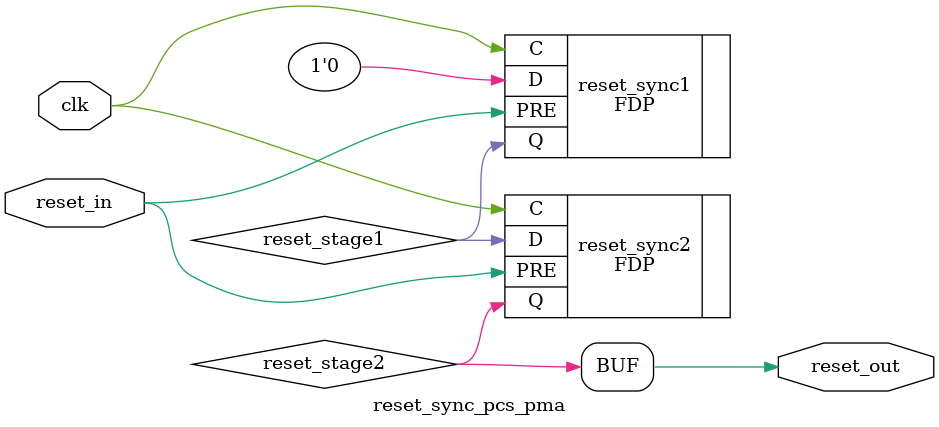
<source format=v>

`timescale 1ps/1ps

module reset_sync_pcs_pma #(
  parameter INITIALISE = 2'b11
)
(
   input       reset_in,
   input       clk,
   output      reset_out
);


  (* shreg_extract = "no", ASYNC_REG = "TRUE" *)
  wire  reset_stage1;

  (* shreg_extract = "no", ASYNC_REG = "TRUE" *)
  wire  reset_stage2;

  FDP #(
   .INIT (INITIALISE[0])
  ) reset_sync1 (
  .C  (clk), 
  .PRE(reset_in),
  .D  (1'b0),
  .Q  (reset_stage1) 
  );
  
  FDP #(
   .INIT (INITIALISE[1])
  ) reset_sync2 (
  .C  (clk), 
  .PRE(reset_in),
  .D  (reset_stage1),
  .Q  (reset_stage2) 
  );


assign reset_out = reset_stage2;



endmodule

</source>
